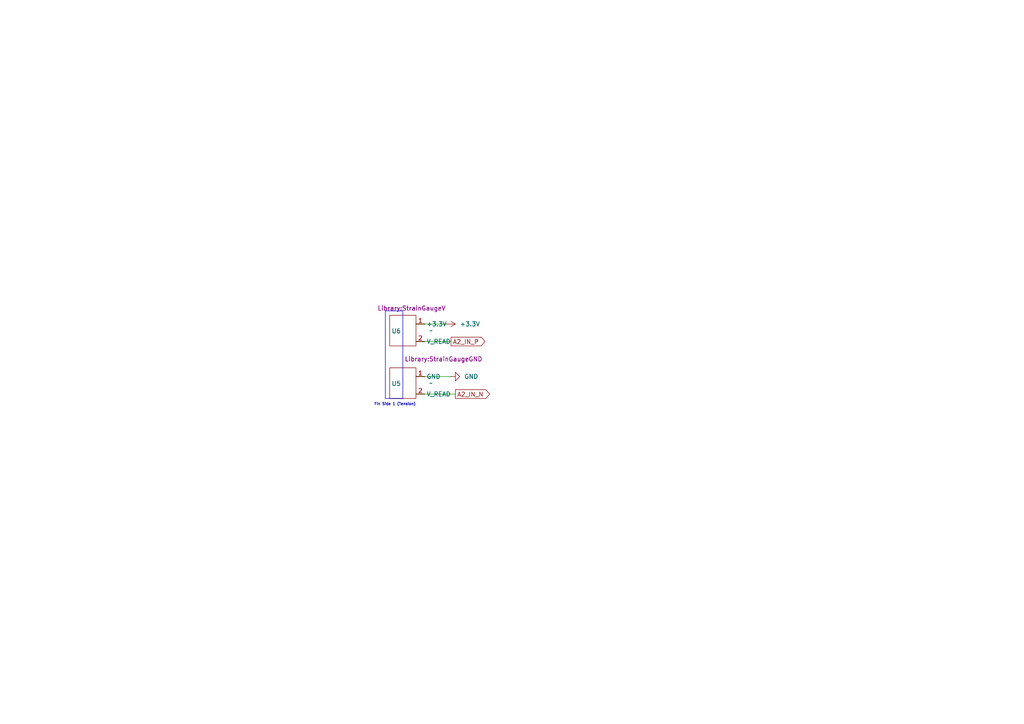
<source format=kicad_sch>
(kicad_sch (version 20250114) (generator "eeschema") (generator_version "9.0")
  (paper "A4")
  (lib_symbols
    (symbol "My_Library:StrainGaugeGND"
      (property "Reference" "U" (at 0 -1.016 0))
      (property "Footprint" "Library:StrainGaugeGND" (at 0 0 0))
      (symbol "StrainGaugeGND_0_1"
        (rectangle (start -3.81 3.81) (end 3.81 -5.08))
      )
      (symbol "StrainGaugeGND_1_1"
        (pin power_in line (at 3.81 1.27 0) (length 2.54) (name "GND") (number "1"))
        (pin bidirectional line (at 3.81 -3.81 0) (length 2.54) (name "V_READ") (number "2"))
      )
    )
    (symbol "My_Library:StrainGaugeV"
      (property "Reference" "U6" (at -3.302 -0.762 0))
      (property "Value" "~" (at 7.62 -0.635 0))
      (property "Footprint" "Library:StrainGaugeV" (at -7.366 5.842 0))
      (symbol "StrainGaugeV_0_1"
        (rectangle (start -3.81 3.81) (end 3.81 -5.08))
      )
      (symbol "StrainGaugeV_1_1"
        (pin power_in line (at 3.81 1.27 0) (length 2.54) (name "+3.3V") (number "1"))
        (pin bidirectional line (at 3.81 -3.81 0) (length 2.54) (name "V_READ") (number "2"))
      )
    )
    (symbol "power:+5V" (power) (pin_numbers (hide yes)) (pin_names (offset 0) (hide yes))
      (property "Value" "+5V" (at 0 3.556 0))
      (symbol "+5V_0_1"
        (polyline (pts (xy -0.762 1.27) (xy 0 2.54)))
        (polyline (pts (xy 0 2.54) (xy 0.762 1.27)))
        (polyline (pts (xy 0 0) (xy 0 2.54)))
      )
      (symbol "+5V_1_1"
        (pin power_in line (at 0 0 90) (length 0) (name "~") (number "1"))
      )
    )
    (symbol "power:GND" (power) (pin_numbers (hide yes)) (pin_names (offset 0) (hide yes))
      (property "Value" "GND" (at 0 -3.81 0))
      (symbol "GND_0_1"
        (polyline (pts (xy 0 0) (xy 0 -1.27) (xy 1.27 -1.27) (xy 0 -2.54) (xy -1.27 -1.27) (xy 0 -1.27)))
      )
      (symbol "GND_1_1"
        (pin power_in line (at 0 0 270) (length 0) (name "~") (number "1"))
      )
    )
  )
  (rectangle (start 111.76 90.17) (end 116.84 115.57))
  (text "Fin Side 1 (Tension)" (at 114.554 117.348 0) (effects (font (size 0.762 0.762))))
  (wire (pts (xy 120.65 114.3) (xy 132.08 114.3)))
  (wire (pts (xy 120.65 93.98) (xy 129.54 93.98)))
  (wire (pts (xy 120.65 109.22) (xy 130.81 109.22)))
  (wire (pts (xy 120.65 99.06) (xy 130.81 99.06)))
  (global_label "A2_IN_P" (shape output) (at 130.81 99.06 0) (property "Intersheetrefs" "${INTERSHEET_REFS}" (effects (hide yes))))
  (global_label "A2_IN_N" (shape output) (at 132.08 114.3 0) (property "Intersheetrefs" "${INTERSHEET_REFS}" (effects (hide yes))))
  (symbol (lib_id "power:GND") (at 130.81 109.22 90) (unit 1)
    (property "Reference" "#PWR02" (effects (hide yes)))
    (property "Value" "GND" (at 134.62 109.2199 90) (effects (justify right)))
    (property "Description" "Power symbol creates a global label with name \"GND\" , ground" (effects (hide yes)))
  )
  (symbol (lib_id "My_Library:StrainGaugeV") (at 116.84 95.25 0) (unit 1)
    (property "Reference" "U6" (at 113.538 96.012 0) (effects (justify left)))
    (property "Value" "~" (at 124.46 95.885 0) (effects (justify left)))
    (property "Footprint" "Library:StrainGaugeV" (at 109.474 89.408 0) (effects (justify left)))
  )
  (symbol (lib_id "power:+5V") (at 129.54 93.98 270) (unit 1)
    (property "Reference" "#PWR01" (effects (hide yes)))
    (property "Value" "+3.3V" (at 133.35 93.9799 90) (effects (justify left)))
    (property "Description" "Power symbol creates a global label with name \"+5V\"" (effects (hide yes)))
  )
  (symbol (lib_id "My_Library:StrainGaugeGND") (at 116.84 110.49 0) (unit 1)
    (property "Reference" "U5" (at 113.538 111.252 0) (effects (justify left)))
    (property "Value" "~" (at 124.46 111.125 0) (effects (justify left)))
    (property "Footprint" "Library:StrainGaugeGND" (at 117.348 104.14 0) (effects (justify left)))
  )
)
</source>
